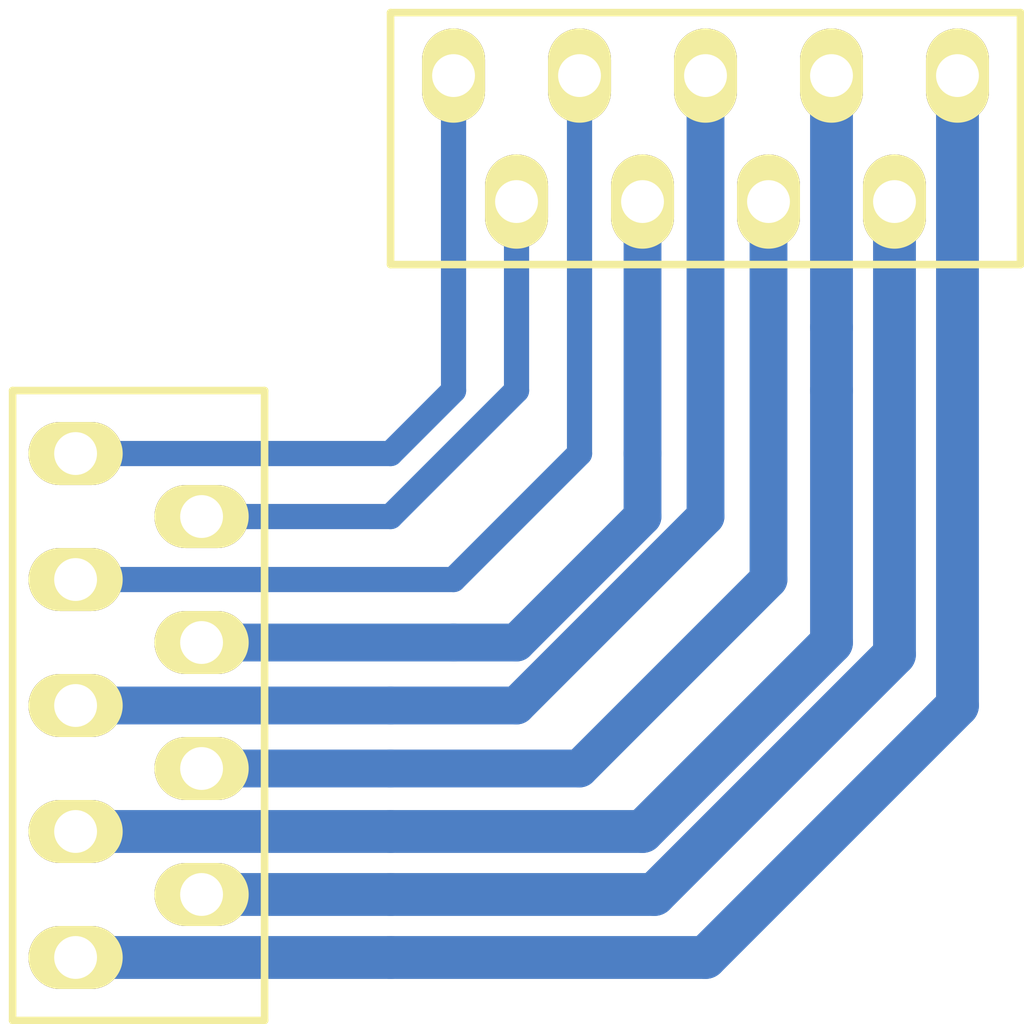
<source format=kicad_pcb>
(kicad_pcb (version 4) (host pcbnew 4.0.2-4+6225~38~ubuntu14.04.1-stable)

  (general
    (links 9)
    (no_connects 0)
    (area 0 0 0 0)
    (thickness 1.6)
    (drawings 0)
    (tracks 37)
    (zones 0)
    (modules 2)
    (nets 10)
  )

  (page A4)
  (layers
    (0 F.Cu signal)
    (31 B.Cu signal)
    (32 B.Adhes user)
    (33 F.Adhes user)
    (34 B.Paste user)
    (35 F.Paste user)
    (36 B.SilkS user)
    (37 F.SilkS user)
    (38 B.Mask user)
    (39 F.Mask user)
    (40 Dwgs.User user)
    (41 Cmts.User user)
    (42 Eco1.User user)
    (43 Eco2.User user)
    (44 Edge.Cuts user)
    (45 Margin user)
    (46 B.CrtYd user)
    (47 F.CrtYd user)
    (48 B.Fab user)
    (49 F.Fab user)
  )

  (setup
    (last_trace_width 0.85)
    (trace_clearance 0.2)
    (zone_clearance 0.508)
    (zone_45_only no)
    (trace_min 0.2)
    (segment_width 0.2)
    (edge_width 0.15)
    (via_size 0.6)
    (via_drill 0.4)
    (via_min_size 0.4)
    (via_min_drill 0.3)
    (uvia_size 0.3)
    (uvia_drill 0.1)
    (uvias_allowed no)
    (uvia_min_size 0.2)
    (uvia_min_drill 0.1)
    (pcb_text_width 0.3)
    (pcb_text_size 1.5 1.5)
    (mod_edge_width 0.15)
    (mod_text_size 1 1)
    (mod_text_width 0.15)
    (pad_size 1.25 1.87)
    (pad_drill 0.85)
    (pad_to_mask_clearance 0.2)
    (aux_axis_origin 0 0)
    (visible_elements FFFFFF7F)
    (pcbplotparams
      (layerselection 0x00030_80000001)
      (usegerberextensions false)
      (excludeedgelayer true)
      (linewidth 0.100000)
      (plotframeref false)
      (viasonmask false)
      (mode 1)
      (useauxorigin false)
      (hpglpennumber 1)
      (hpglpenspeed 20)
      (hpglpendiameter 15)
      (hpglpenoverlay 2)
      (psnegative false)
      (psa4output false)
      (plotreference true)
      (plotvalue true)
      (plotinvisibletext false)
      (padsonsilk false)
      (subtractmaskfromsilk false)
      (outputformat 1)
      (mirror false)
      (drillshape 1)
      (scaleselection 1)
      (outputdirectory ""))
  )

  (net 0 "")
  (net 1 "Net-(P1-Pad1)")
  (net 2 "Net-(P1-Pad2)")
  (net 3 "Net-(P1-Pad3)")
  (net 4 "Net-(P1-Pad4)")
  (net 5 "Net-(P1-Pad5)")
  (net 6 "Net-(P1-Pad6)")
  (net 7 "Net-(P1-Pad7)")
  (net 8 "Net-(P1-Pad8)")
  (net 9 "Net-(P1-Pad9)")

  (net_class Default "This is the default net class."
    (clearance 0.2)
    (trace_width 0.85)
    (via_dia 0.6)
    (via_drill 0.4)
    (uvia_dia 0.3)
    (uvia_drill 0.1)
    (add_net "Net-(P1-Pad1)")
    (add_net "Net-(P1-Pad2)")
    (add_net "Net-(P1-Pad3)")
    (add_net "Net-(P1-Pad4)")
    (add_net "Net-(P1-Pad5)")
    (add_net "Net-(P1-Pad6)")
    (add_net "Net-(P1-Pad7)")
    (add_net "Net-(P1-Pad8)")
    (add_net "Net-(P1-Pad9)")
  )

  (net_class def ""
    (clearance 0.2)
    (trace_width 0.85)
    (via_dia 0.6)
    (via_drill 0.4)
    (uvia_dia 0.3)
    (uvia_drill 0.1)
  )

  (module footprint:ffc_1.25mm_9p_oval (layer F.Cu) (tedit 572A513B) (tstamp 572A4F59)
    (at 147.5 93.75)
    (path /572A4C5A)
    (fp_text reference P1 (at 0 -1.25) (layer Eco1.User) hide
      (effects (font (size 1 1) (thickness 0.15)))
    )
    (fp_text value CONN_01X09 (at 0 -3.75) (layer F.Fab) hide
      (effects (font (size 1 1) (thickness 0.15)))
    )
    (fp_line (start -6.25 0) (end -6.25 5) (layer F.SilkS) (width 0.15))
    (fp_line (start -6.25 5) (end 6.25 5) (layer F.SilkS) (width 0.15))
    (fp_line (start 6.25 5) (end 6.25 0) (layer F.SilkS) (width 0.15))
    (fp_line (start 6.25 0) (end -6.25 0) (layer F.SilkS) (width 0.15))
    (pad 1 thru_hole oval (at -5 1.25) (size 1.25 1.87) (drill 0.85) (layers *.Cu *.Mask F.SilkS)
      (net 1 "Net-(P1-Pad1)"))
    (pad 2 thru_hole oval (at -3.75 3.75) (size 1.25 1.87) (drill 0.85) (layers *.Cu *.Mask F.SilkS)
      (net 2 "Net-(P1-Pad2)"))
    (pad 3 thru_hole oval (at -2.5 1.25) (size 1.25 1.87) (drill 0.85) (layers *.Cu *.Mask F.SilkS)
      (net 3 "Net-(P1-Pad3)"))
    (pad 4 thru_hole oval (at -1.25 3.75) (size 1.25 1.87) (drill 0.85) (layers *.Cu *.Mask F.SilkS)
      (net 4 "Net-(P1-Pad4)"))
    (pad 5 thru_hole oval (at 0 1.25) (size 1.25 1.87) (drill 0.85) (layers *.Cu *.Mask F.SilkS)
      (net 5 "Net-(P1-Pad5)"))
    (pad 6 thru_hole oval (at 1.25 3.75) (size 1.25 1.87) (drill 0.85) (layers *.Cu *.Mask F.SilkS)
      (net 6 "Net-(P1-Pad6)"))
    (pad 7 thru_hole oval (at 2.5 1.25) (size 1.25 1.87) (drill 0.85) (layers *.Cu *.Mask F.SilkS)
      (net 7 "Net-(P1-Pad7)"))
    (pad 8 thru_hole oval (at 3.75 3.75) (size 1.25 1.87) (drill 0.85) (layers *.Cu *.Mask F.SilkS)
      (net 8 "Net-(P1-Pad8)"))
    (pad 9 thru_hole oval (at 5 1.25) (size 1.25 1.87) (drill 0.85) (layers *.Cu *.Mask F.SilkS)
      (net 9 "Net-(P1-Pad9)"))
  )

  (module footprint:ffc_1.25mm_9p_oval (layer F.Cu) (tedit 5728DC70) (tstamp 572A4F66)
    (at 133.75 107.5 90)
    (path /572A4B57)
    (fp_text reference P2 (at 0 -1.25 90) (layer Eco1.User) hide
      (effects (font (size 1 1) (thickness 0.15)))
    )
    (fp_text value CONN_01X09 (at 0 -3.75 90) (layer F.Fab) hide
      (effects (font (size 1 1) (thickness 0.15)))
    )
    (fp_line (start -6.25 0) (end -6.25 5) (layer F.SilkS) (width 0.15))
    (fp_line (start -6.25 5) (end 6.25 5) (layer F.SilkS) (width 0.15))
    (fp_line (start 6.25 5) (end 6.25 0) (layer F.SilkS) (width 0.15))
    (fp_line (start 6.25 0) (end -6.25 0) (layer F.SilkS) (width 0.15))
    (pad 1 thru_hole oval (at -5 1.25 90) (size 1.25 1.87) (drill 0.85) (layers *.Cu *.Mask F.SilkS)
      (net 9 "Net-(P1-Pad9)"))
    (pad 2 thru_hole oval (at -3.75 3.75 90) (size 1.25 1.87) (drill 0.85) (layers *.Cu *.Mask F.SilkS)
      (net 8 "Net-(P1-Pad8)"))
    (pad 3 thru_hole oval (at -2.5 1.25 90) (size 1.25 1.87) (drill 0.85) (layers *.Cu *.Mask F.SilkS)
      (net 7 "Net-(P1-Pad7)"))
    (pad 4 thru_hole oval (at -1.25 3.75 90) (size 1.25 1.87) (drill 0.85) (layers *.Cu *.Mask F.SilkS)
      (net 6 "Net-(P1-Pad6)"))
    (pad 5 thru_hole oval (at 0 1.25 90) (size 1.25 1.87) (drill 0.85) (layers *.Cu *.Mask F.SilkS)
      (net 5 "Net-(P1-Pad5)"))
    (pad 6 thru_hole oval (at 1.25 3.75 90) (size 1.25 1.87) (drill 0.85) (layers *.Cu *.Mask F.SilkS)
      (net 4 "Net-(P1-Pad4)"))
    (pad 7 thru_hole oval (at 2.5 1.25 90) (size 1.25 1.87) (drill 0.85) (layers *.Cu *.Mask F.SilkS)
      (net 3 "Net-(P1-Pad3)"))
    (pad 8 thru_hole oval (at 3.75 3.75 90) (size 1.25 1.87) (drill 0.85) (layers *.Cu *.Mask F.SilkS)
      (net 2 "Net-(P1-Pad2)"))
    (pad 9 thru_hole oval (at 5 1.25 90) (size 1.25 1.87) (drill 0.85) (layers *.Cu *.Mask F.SilkS)
      (net 1 "Net-(P1-Pad1)"))
  )

  (segment (start 142.5 95) (end 142.5 101.25) (width 0.5) (layer B.Cu) (net 1))
  (segment (start 142.5 101.25) (end 141.25 102.5) (width 0.5) (layer B.Cu) (net 1))
  (segment (start 141.25 102.5) (end 138.75 102.5) (width 0.5) (layer B.Cu) (net 1))
  (segment (start 138.75 102.5) (end 135 102.5) (width 0.5) (layer B.Cu) (net 1))
  (segment (start 141.25 103.75) (end 143.75 101.25) (width 0.5) (layer B.Cu) (net 2))
  (segment (start 143.75 101.25) (end 143.75 97.5) (width 0.5) (layer B.Cu) (net 2))
  (segment (start 137.5 103.75) (end 141.25 103.75) (width 0.5) (layer B.Cu) (net 2))
  (segment (start 142.5 105) (end 135 105) (width 0.5) (layer B.Cu) (net 3))
  (segment (start 145 102.5) (end 142.5 105) (width 0.5) (layer B.Cu) (net 3))
  (segment (start 145 95) (end 145 102.5) (width 0.5) (layer B.Cu) (net 3))
  (segment (start 143.75 106.25) (end 142.5 106.25) (width 0.75) (layer B.Cu) (net 4))
  (segment (start 146.25 103.75) (end 143.75 106.25) (width 0.75) (layer B.Cu) (net 4))
  (segment (start 146.25 102.5) (end 146.25 103.75) (width 0.75) (layer B.Cu) (net 4))
  (segment (start 146.25 97.5) (end 146.25 102.5) (width 0.75) (layer B.Cu) (net 4))
  (segment (start 142.5 106.25) (end 137.5 106.25) (width 0.75) (layer B.Cu) (net 4))
  (segment (start 147.5 95) (end 147.5 103.75) (width 0.75) (layer B.Cu) (net 5))
  (segment (start 147.5 103.75) (end 143.75 107.5) (width 0.75) (layer B.Cu) (net 5))
  (segment (start 143.75 107.5) (end 141.25 107.5) (width 0.75) (layer B.Cu) (net 5))
  (segment (start 141.25 107.5) (end 135 107.5) (width 0.75) (layer B.Cu) (net 5))
  (segment (start 148.75 97.5) (end 148.75 105) (width 0.75) (layer B.Cu) (net 6))
  (segment (start 148.75 105) (end 145 108.75) (width 0.75) (layer B.Cu) (net 6))
  (segment (start 145 108.75) (end 141.25 108.75) (width 0.75) (layer B.Cu) (net 6))
  (segment (start 141.25 108.75) (end 137.5 108.75) (width 0.75) (layer B.Cu) (net 6))
  (segment (start 146.25 110) (end 141.25 110) (width 0.85) (layer B.Cu) (net 7))
  (segment (start 150 106.25) (end 146.25 110) (width 0.85) (layer B.Cu) (net 7))
  (segment (start 150 101.25) (end 150 106.25) (width 0.85) (layer B.Cu) (net 7))
  (segment (start 135 110) (end 141.25 110) (width 0.85) (layer B.Cu) (net 7))
  (segment (start 150 101.25) (end 150 100) (width 0.85) (layer B.Cu) (net 7))
  (segment (start 150 100) (end 150 95) (width 0.85) (layer B.Cu) (net 7))
  (segment (start 151.25 97.5) (end 151.25 106.484938) (width 0.85) (layer B.Cu) (net 8))
  (segment (start 151.25 106.484938) (end 146.484938 111.25) (width 0.85) (layer B.Cu) (net 8))
  (segment (start 146.484938 111.25) (end 141.25 111.25) (width 0.85) (layer B.Cu) (net 8))
  (segment (start 141.25 111.25) (end 137.5 111.25) (width 0.85) (layer B.Cu) (net 8))
  (segment (start 152.5 95) (end 152.5 107.5) (width 0.85) (layer B.Cu) (net 9))
  (segment (start 152.5 107.5) (end 147.5 112.5) (width 0.85) (layer B.Cu) (net 9))
  (segment (start 147.5 112.5) (end 141.25 112.5) (width 0.85) (layer B.Cu) (net 9))
  (segment (start 141.25 112.5) (end 135 112.5) (width 0.85) (layer B.Cu) (net 9))

)

</source>
